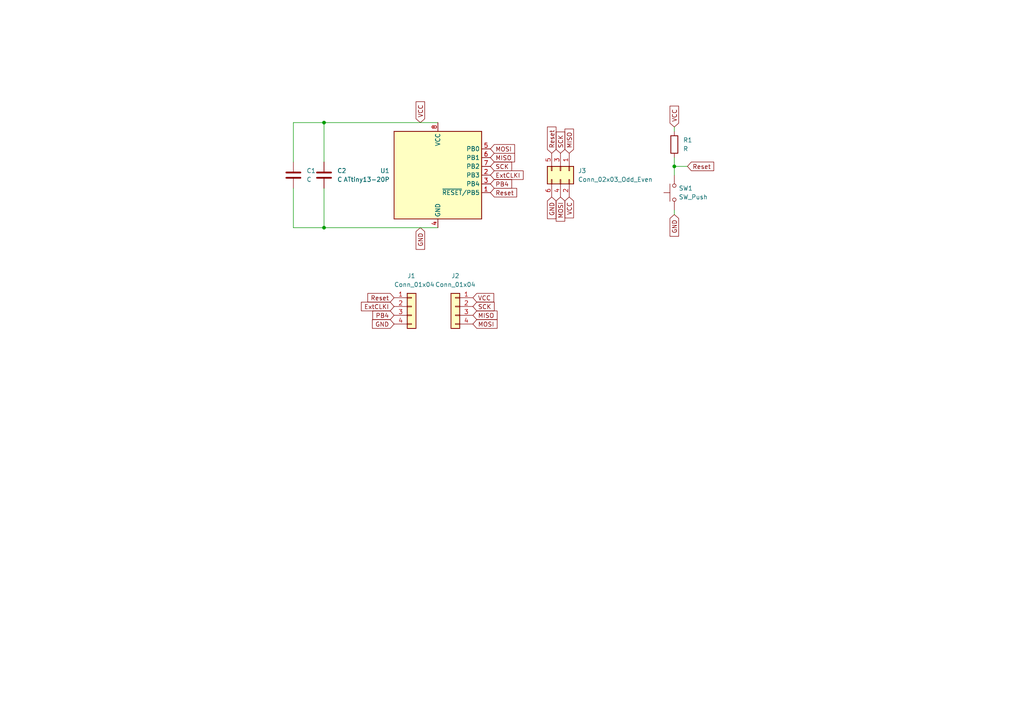
<source format=kicad_sch>
(kicad_sch (version 20211123) (generator eeschema)

  (uuid da54a769-9f95-4366-b5bc-cae5992c65b8)

  (paper "A4")

  (lib_symbols
    (symbol "Connector_Generic:Conn_01x04" (pin_names (offset 1.016) hide) (in_bom yes) (on_board yes)
      (property "Reference" "J" (id 0) (at 0 5.08 0)
        (effects (font (size 1.27 1.27)))
      )
      (property "Value" "Conn_01x04" (id 1) (at 0 -7.62 0)
        (effects (font (size 1.27 1.27)))
      )
      (property "Footprint" "" (id 2) (at 0 0 0)
        (effects (font (size 1.27 1.27)) hide)
      )
      (property "Datasheet" "~" (id 3) (at 0 0 0)
        (effects (font (size 1.27 1.27)) hide)
      )
      (property "ki_keywords" "connector" (id 4) (at 0 0 0)
        (effects (font (size 1.27 1.27)) hide)
      )
      (property "ki_description" "Generic connector, single row, 01x04, script generated (kicad-library-utils/schlib/autogen/connector/)" (id 5) (at 0 0 0)
        (effects (font (size 1.27 1.27)) hide)
      )
      (property "ki_fp_filters" "Connector*:*_1x??_*" (id 6) (at 0 0 0)
        (effects (font (size 1.27 1.27)) hide)
      )
      (symbol "Conn_01x04_1_1"
        (rectangle (start -1.27 -4.953) (end 0 -5.207)
          (stroke (width 0.1524) (type default) (color 0 0 0 0))
          (fill (type none))
        )
        (rectangle (start -1.27 -2.413) (end 0 -2.667)
          (stroke (width 0.1524) (type default) (color 0 0 0 0))
          (fill (type none))
        )
        (rectangle (start -1.27 0.127) (end 0 -0.127)
          (stroke (width 0.1524) (type default) (color 0 0 0 0))
          (fill (type none))
        )
        (rectangle (start -1.27 2.667) (end 0 2.413)
          (stroke (width 0.1524) (type default) (color 0 0 0 0))
          (fill (type none))
        )
        (rectangle (start -1.27 3.81) (end 1.27 -6.35)
          (stroke (width 0.254) (type default) (color 0 0 0 0))
          (fill (type background))
        )
        (pin passive line (at -5.08 2.54 0) (length 3.81)
          (name "Pin_1" (effects (font (size 1.27 1.27))))
          (number "1" (effects (font (size 1.27 1.27))))
        )
        (pin passive line (at -5.08 0 0) (length 3.81)
          (name "Pin_2" (effects (font (size 1.27 1.27))))
          (number "2" (effects (font (size 1.27 1.27))))
        )
        (pin passive line (at -5.08 -2.54 0) (length 3.81)
          (name "Pin_3" (effects (font (size 1.27 1.27))))
          (number "3" (effects (font (size 1.27 1.27))))
        )
        (pin passive line (at -5.08 -5.08 0) (length 3.81)
          (name "Pin_4" (effects (font (size 1.27 1.27))))
          (number "4" (effects (font (size 1.27 1.27))))
        )
      )
    )
    (symbol "Connector_Generic:Conn_02x03_Odd_Even" (pin_names (offset 1.016) hide) (in_bom yes) (on_board yes)
      (property "Reference" "J" (id 0) (at 1.27 5.08 0)
        (effects (font (size 1.27 1.27)))
      )
      (property "Value" "Conn_02x03_Odd_Even" (id 1) (at 1.27 -5.08 0)
        (effects (font (size 1.27 1.27)))
      )
      (property "Footprint" "" (id 2) (at 0 0 0)
        (effects (font (size 1.27 1.27)) hide)
      )
      (property "Datasheet" "~" (id 3) (at 0 0 0)
        (effects (font (size 1.27 1.27)) hide)
      )
      (property "ki_keywords" "connector" (id 4) (at 0 0 0)
        (effects (font (size 1.27 1.27)) hide)
      )
      (property "ki_description" "Generic connector, double row, 02x03, odd/even pin numbering scheme (row 1 odd numbers, row 2 even numbers), script generated (kicad-library-utils/schlib/autogen/connector/)" (id 5) (at 0 0 0)
        (effects (font (size 1.27 1.27)) hide)
      )
      (property "ki_fp_filters" "Connector*:*_2x??_*" (id 6) (at 0 0 0)
        (effects (font (size 1.27 1.27)) hide)
      )
      (symbol "Conn_02x03_Odd_Even_1_1"
        (rectangle (start -1.27 -2.413) (end 0 -2.667)
          (stroke (width 0.1524) (type default) (color 0 0 0 0))
          (fill (type none))
        )
        (rectangle (start -1.27 0.127) (end 0 -0.127)
          (stroke (width 0.1524) (type default) (color 0 0 0 0))
          (fill (type none))
        )
        (rectangle (start -1.27 2.667) (end 0 2.413)
          (stroke (width 0.1524) (type default) (color 0 0 0 0))
          (fill (type none))
        )
        (rectangle (start -1.27 3.81) (end 3.81 -3.81)
          (stroke (width 0.254) (type default) (color 0 0 0 0))
          (fill (type background))
        )
        (rectangle (start 3.81 -2.413) (end 2.54 -2.667)
          (stroke (width 0.1524) (type default) (color 0 0 0 0))
          (fill (type none))
        )
        (rectangle (start 3.81 0.127) (end 2.54 -0.127)
          (stroke (width 0.1524) (type default) (color 0 0 0 0))
          (fill (type none))
        )
        (rectangle (start 3.81 2.667) (end 2.54 2.413)
          (stroke (width 0.1524) (type default) (color 0 0 0 0))
          (fill (type none))
        )
        (pin passive line (at -5.08 2.54 0) (length 3.81)
          (name "Pin_1" (effects (font (size 1.27 1.27))))
          (number "1" (effects (font (size 1.27 1.27))))
        )
        (pin passive line (at 7.62 2.54 180) (length 3.81)
          (name "Pin_2" (effects (font (size 1.27 1.27))))
          (number "2" (effects (font (size 1.27 1.27))))
        )
        (pin passive line (at -5.08 0 0) (length 3.81)
          (name "Pin_3" (effects (font (size 1.27 1.27))))
          (number "3" (effects (font (size 1.27 1.27))))
        )
        (pin passive line (at 7.62 0 180) (length 3.81)
          (name "Pin_4" (effects (font (size 1.27 1.27))))
          (number "4" (effects (font (size 1.27 1.27))))
        )
        (pin passive line (at -5.08 -2.54 0) (length 3.81)
          (name "Pin_5" (effects (font (size 1.27 1.27))))
          (number "5" (effects (font (size 1.27 1.27))))
        )
        (pin passive line (at 7.62 -2.54 180) (length 3.81)
          (name "Pin_6" (effects (font (size 1.27 1.27))))
          (number "6" (effects (font (size 1.27 1.27))))
        )
      )
    )
    (symbol "Device:C" (pin_numbers hide) (pin_names (offset 0.254)) (in_bom yes) (on_board yes)
      (property "Reference" "C" (id 0) (at 0.635 2.54 0)
        (effects (font (size 1.27 1.27)) (justify left))
      )
      (property "Value" "C" (id 1) (at 0.635 -2.54 0)
        (effects (font (size 1.27 1.27)) (justify left))
      )
      (property "Footprint" "" (id 2) (at 0.9652 -3.81 0)
        (effects (font (size 1.27 1.27)) hide)
      )
      (property "Datasheet" "~" (id 3) (at 0 0 0)
        (effects (font (size 1.27 1.27)) hide)
      )
      (property "ki_keywords" "cap capacitor" (id 4) (at 0 0 0)
        (effects (font (size 1.27 1.27)) hide)
      )
      (property "ki_description" "Unpolarized capacitor" (id 5) (at 0 0 0)
        (effects (font (size 1.27 1.27)) hide)
      )
      (property "ki_fp_filters" "C_*" (id 6) (at 0 0 0)
        (effects (font (size 1.27 1.27)) hide)
      )
      (symbol "C_0_1"
        (polyline
          (pts
            (xy -2.032 -0.762)
            (xy 2.032 -0.762)
          )
          (stroke (width 0.508) (type default) (color 0 0 0 0))
          (fill (type none))
        )
        (polyline
          (pts
            (xy -2.032 0.762)
            (xy 2.032 0.762)
          )
          (stroke (width 0.508) (type default) (color 0 0 0 0))
          (fill (type none))
        )
      )
      (symbol "C_1_1"
        (pin passive line (at 0 3.81 270) (length 2.794)
          (name "~" (effects (font (size 1.27 1.27))))
          (number "1" (effects (font (size 1.27 1.27))))
        )
        (pin passive line (at 0 -3.81 90) (length 2.794)
          (name "~" (effects (font (size 1.27 1.27))))
          (number "2" (effects (font (size 1.27 1.27))))
        )
      )
    )
    (symbol "Device:R" (pin_numbers hide) (pin_names (offset 0)) (in_bom yes) (on_board yes)
      (property "Reference" "R" (id 0) (at 2.032 0 90)
        (effects (font (size 1.27 1.27)))
      )
      (property "Value" "R" (id 1) (at 0 0 90)
        (effects (font (size 1.27 1.27)))
      )
      (property "Footprint" "" (id 2) (at -1.778 0 90)
        (effects (font (size 1.27 1.27)) hide)
      )
      (property "Datasheet" "~" (id 3) (at 0 0 0)
        (effects (font (size 1.27 1.27)) hide)
      )
      (property "ki_keywords" "R res resistor" (id 4) (at 0 0 0)
        (effects (font (size 1.27 1.27)) hide)
      )
      (property "ki_description" "Resistor" (id 5) (at 0 0 0)
        (effects (font (size 1.27 1.27)) hide)
      )
      (property "ki_fp_filters" "R_*" (id 6) (at 0 0 0)
        (effects (font (size 1.27 1.27)) hide)
      )
      (symbol "R_0_1"
        (rectangle (start -1.016 -2.54) (end 1.016 2.54)
          (stroke (width 0.254) (type default) (color 0 0 0 0))
          (fill (type none))
        )
      )
      (symbol "R_1_1"
        (pin passive line (at 0 3.81 270) (length 1.27)
          (name "~" (effects (font (size 1.27 1.27))))
          (number "1" (effects (font (size 1.27 1.27))))
        )
        (pin passive line (at 0 -3.81 90) (length 1.27)
          (name "~" (effects (font (size 1.27 1.27))))
          (number "2" (effects (font (size 1.27 1.27))))
        )
      )
    )
    (symbol "MCU_Microchip_ATtiny:ATtiny13-20P" (in_bom yes) (on_board yes)
      (property "Reference" "U" (id 0) (at -12.7 13.97 0)
        (effects (font (size 1.27 1.27)) (justify left bottom))
      )
      (property "Value" "ATtiny13-20P" (id 1) (at 2.54 -13.97 0)
        (effects (font (size 1.27 1.27)) (justify left top))
      )
      (property "Footprint" "Package_DIP:DIP-8_W7.62mm" (id 2) (at 0 0 0)
        (effects (font (size 1.27 1.27) italic) hide)
      )
      (property "Datasheet" "http://ww1.microchip.com/downloads/en/DeviceDoc/doc2535.pdf" (id 3) (at 0 0 0)
        (effects (font (size 1.27 1.27)) hide)
      )
      (property "ki_keywords" "AVR 8bit Microcontroller tinyAVR" (id 4) (at 0 0 0)
        (effects (font (size 1.27 1.27)) hide)
      )
      (property "ki_description" "20MHz, 1kB Flash, 64B SRAM, 64B EEPROM, debugWIRE, DIP-8" (id 5) (at 0 0 0)
        (effects (font (size 1.27 1.27)) hide)
      )
      (property "ki_fp_filters" "DIP*W7.62mm*" (id 6) (at 0 0 0)
        (effects (font (size 1.27 1.27)) hide)
      )
      (symbol "ATtiny13-20P_0_1"
        (rectangle (start -12.7 -12.7) (end 12.7 12.7)
          (stroke (width 0.254) (type default) (color 0 0 0 0))
          (fill (type background))
        )
      )
      (symbol "ATtiny13-20P_1_1"
        (pin bidirectional line (at 15.24 -5.08 180) (length 2.54)
          (name "~{RESET}/PB5" (effects (font (size 1.27 1.27))))
          (number "1" (effects (font (size 1.27 1.27))))
        )
        (pin bidirectional line (at 15.24 0 180) (length 2.54)
          (name "PB3" (effects (font (size 1.27 1.27))))
          (number "2" (effects (font (size 1.27 1.27))))
        )
        (pin bidirectional line (at 15.24 -2.54 180) (length 2.54)
          (name "PB4" (effects (font (size 1.27 1.27))))
          (number "3" (effects (font (size 1.27 1.27))))
        )
        (pin power_in line (at 0 -15.24 90) (length 2.54)
          (name "GND" (effects (font (size 1.27 1.27))))
          (number "4" (effects (font (size 1.27 1.27))))
        )
        (pin bidirectional line (at 15.24 7.62 180) (length 2.54)
          (name "PB0" (effects (font (size 1.27 1.27))))
          (number "5" (effects (font (size 1.27 1.27))))
        )
        (pin bidirectional line (at 15.24 5.08 180) (length 2.54)
          (name "PB1" (effects (font (size 1.27 1.27))))
          (number "6" (effects (font (size 1.27 1.27))))
        )
        (pin bidirectional line (at 15.24 2.54 180) (length 2.54)
          (name "PB2" (effects (font (size 1.27 1.27))))
          (number "7" (effects (font (size 1.27 1.27))))
        )
        (pin power_in line (at 0 15.24 270) (length 2.54)
          (name "VCC" (effects (font (size 1.27 1.27))))
          (number "8" (effects (font (size 1.27 1.27))))
        )
      )
    )
    (symbol "Switch:SW_Push" (pin_numbers hide) (pin_names (offset 1.016) hide) (in_bom yes) (on_board yes)
      (property "Reference" "SW" (id 0) (at 1.27 2.54 0)
        (effects (font (size 1.27 1.27)) (justify left))
      )
      (property "Value" "SW_Push" (id 1) (at 0 -1.524 0)
        (effects (font (size 1.27 1.27)))
      )
      (property "Footprint" "" (id 2) (at 0 5.08 0)
        (effects (font (size 1.27 1.27)) hide)
      )
      (property "Datasheet" "~" (id 3) (at 0 5.08 0)
        (effects (font (size 1.27 1.27)) hide)
      )
      (property "ki_keywords" "switch normally-open pushbutton push-button" (id 4) (at 0 0 0)
        (effects (font (size 1.27 1.27)) hide)
      )
      (property "ki_description" "Push button switch, generic, two pins" (id 5) (at 0 0 0)
        (effects (font (size 1.27 1.27)) hide)
      )
      (symbol "SW_Push_0_1"
        (circle (center -2.032 0) (radius 0.508)
          (stroke (width 0) (type default) (color 0 0 0 0))
          (fill (type none))
        )
        (polyline
          (pts
            (xy 0 1.27)
            (xy 0 3.048)
          )
          (stroke (width 0) (type default) (color 0 0 0 0))
          (fill (type none))
        )
        (polyline
          (pts
            (xy 2.54 1.27)
            (xy -2.54 1.27)
          )
          (stroke (width 0) (type default) (color 0 0 0 0))
          (fill (type none))
        )
        (circle (center 2.032 0) (radius 0.508)
          (stroke (width 0) (type default) (color 0 0 0 0))
          (fill (type none))
        )
        (pin passive line (at -5.08 0 0) (length 2.54)
          (name "1" (effects (font (size 1.27 1.27))))
          (number "1" (effects (font (size 1.27 1.27))))
        )
        (pin passive line (at 5.08 0 180) (length 2.54)
          (name "2" (effects (font (size 1.27 1.27))))
          (number "2" (effects (font (size 1.27 1.27))))
        )
      )
    )
  )


  (junction (at 93.98 66.04) (diameter 0) (color 0 0 0 0)
    (uuid 11440944-ce4d-4562-88dc-35e828b17b0a)
  )
  (junction (at 195.58 48.26) (diameter 0) (color 0 0 0 0)
    (uuid 8527edb4-5d4b-452b-9082-84769165b21f)
  )
  (junction (at 93.98 35.56) (diameter 0) (color 0 0 0 0)
    (uuid bbc0cf31-be1a-409b-bc11-bd083f2073db)
  )

  (wire (pts (xy 85.09 35.56) (xy 85.09 46.99))
    (stroke (width 0) (type default) (color 0 0 0 0))
    (uuid 016e6f33-01f8-444b-a66b-80f12c97223e)
  )
  (wire (pts (xy 195.58 62.23) (xy 195.58 60.96))
    (stroke (width 0) (type default) (color 0 0 0 0))
    (uuid 09de6bec-cddb-4e4d-b832-a6b2f9381c84)
  )
  (wire (pts (xy 195.58 45.72) (xy 195.58 48.26))
    (stroke (width 0) (type default) (color 0 0 0 0))
    (uuid 35243578-91e7-48cc-9bc5-3173bf52af01)
  )
  (wire (pts (xy 93.98 35.56) (xy 93.98 46.99))
    (stroke (width 0) (type default) (color 0 0 0 0))
    (uuid 41846070-681e-4d61-b7a2-9b5f4d92fd92)
  )
  (wire (pts (xy 195.58 36.83) (xy 195.58 38.1))
    (stroke (width 0) (type default) (color 0 0 0 0))
    (uuid 6084e376-982c-4709-b254-d04daefac5fe)
  )
  (wire (pts (xy 93.98 66.04) (xy 127 66.04))
    (stroke (width 0) (type default) (color 0 0 0 0))
    (uuid 7cf3ae5f-c15c-444b-a481-e3230ab26d9b)
  )
  (wire (pts (xy 93.98 35.56) (xy 85.09 35.56))
    (stroke (width 0) (type default) (color 0 0 0 0))
    (uuid 85f5d03e-25e9-4599-bff9-94b32a2b091c)
  )
  (wire (pts (xy 127 35.56) (xy 93.98 35.56))
    (stroke (width 0) (type default) (color 0 0 0 0))
    (uuid 9dd10342-f517-40b8-a3b1-692c8aa67dad)
  )
  (wire (pts (xy 195.58 48.26) (xy 195.58 50.8))
    (stroke (width 0) (type default) (color 0 0 0 0))
    (uuid cbcd2c21-0a58-488a-a8c5-53f37cc3a874)
  )
  (wire (pts (xy 195.58 48.26) (xy 199.39 48.26))
    (stroke (width 0) (type default) (color 0 0 0 0))
    (uuid d4941062-4edc-4fe3-b115-82edc8a3cf17)
  )
  (wire (pts (xy 93.98 54.61) (xy 93.98 66.04))
    (stroke (width 0) (type default) (color 0 0 0 0))
    (uuid dc48759d-18d7-4870-91ea-da8aaabd5d43)
  )
  (wire (pts (xy 85.09 66.04) (xy 93.98 66.04))
    (stroke (width 0) (type default) (color 0 0 0 0))
    (uuid f99d3820-6909-44db-a7dc-7f1a0b7c3c25)
  )
  (wire (pts (xy 85.09 54.61) (xy 85.09 66.04))
    (stroke (width 0) (type default) (color 0 0 0 0))
    (uuid ffe213ca-b826-491c-9e0c-ef6b12959d7c)
  )

  (global_label "Reset" (shape input) (at 142.24 55.88 0) (fields_autoplaced)
    (effects (font (size 1.27 1.27)) (justify left))
    (uuid 06415cc8-29d7-45b7-861a-f67c27975cfc)
    (property "Intersheet References" "${INTERSHEET_REFS}" (id 0) (at 149.8541 55.8006 0)
      (effects (font (size 1.27 1.27)) (justify left) hide)
    )
  )
  (global_label "Reset" (shape input) (at 114.3 86.36 180) (fields_autoplaced)
    (effects (font (size 1.27 1.27)) (justify right))
    (uuid 07aba82b-c4cc-4a19-a91d-bc153f7afff0)
    (property "Intersheet References" "${INTERSHEET_REFS}" (id 0) (at 106.6859 86.4394 0)
      (effects (font (size 1.27 1.27)) (justify right) hide)
    )
  )
  (global_label "GND" (shape input) (at 160.02 57.15 270) (fields_autoplaced)
    (effects (font (size 1.27 1.27)) (justify right))
    (uuid 0f1751f8-5f00-4b03-82a4-cf7dee4ea7f7)
    (property "Intersheet References" "${INTERSHEET_REFS}" (id 0) (at 159.9406 63.4336 90)
      (effects (font (size 1.27 1.27)) (justify right) hide)
    )
  )
  (global_label "Reset" (shape input) (at 160.02 44.45 90) (fields_autoplaced)
    (effects (font (size 1.27 1.27)) (justify left))
    (uuid 12b5ef33-d54b-4dfc-abb2-923fb72fa6da)
    (property "Intersheet References" "${INTERSHEET_REFS}" (id 0) (at 159.9406 36.8359 90)
      (effects (font (size 1.27 1.27)) (justify left) hide)
    )
  )
  (global_label "MISO" (shape input) (at 137.16 91.44 0) (fields_autoplaced)
    (effects (font (size 1.27 1.27)) (justify left))
    (uuid 16660ddb-9060-4d39-a156-f63177c48ff4)
    (property "Intersheet References" "${INTERSHEET_REFS}" (id 0) (at 144.1693 91.3606 0)
      (effects (font (size 1.27 1.27)) (justify left) hide)
    )
  )
  (global_label "SCK" (shape input) (at 162.56 44.45 90) (fields_autoplaced)
    (effects (font (size 1.27 1.27)) (justify left))
    (uuid 2170ef37-05c0-4a98-b0d9-fad4c6d2a887)
    (property "Intersheet References" "${INTERSHEET_REFS}" (id 0) (at 162.4806 38.2874 90)
      (effects (font (size 1.27 1.27)) (justify left) hide)
    )
  )
  (global_label "Reset" (shape input) (at 199.39 48.26 0) (fields_autoplaced)
    (effects (font (size 1.27 1.27)) (justify left))
    (uuid 2bf13df9-507e-42f8-b434-7ef47a72a556)
    (property "Intersheet References" "${INTERSHEET_REFS}" (id 0) (at 207.0041 48.1806 0)
      (effects (font (size 1.27 1.27)) (justify left) hide)
    )
  )
  (global_label "VCC" (shape input) (at 165.1 57.15 270) (fields_autoplaced)
    (effects (font (size 1.27 1.27)) (justify right))
    (uuid 354e256f-c1d9-4d9f-b811-0a8191df9205)
    (property "Intersheet References" "${INTERSHEET_REFS}" (id 0) (at 165.0206 63.1917 90)
      (effects (font (size 1.27 1.27)) (justify right) hide)
    )
  )
  (global_label "ExtCLKI" (shape input) (at 142.24 50.8 0) (fields_autoplaced)
    (effects (font (size 1.27 1.27)) (justify left))
    (uuid 37eb8a44-e4e0-40e9-a235-400f2f352e66)
    (property "Intersheet References" "${INTERSHEET_REFS}" (id 0) (at 151.7288 50.7206 0)
      (effects (font (size 1.27 1.27)) (justify left) hide)
    )
  )
  (global_label "SCK" (shape input) (at 137.16 88.9 0) (fields_autoplaced)
    (effects (font (size 1.27 1.27)) (justify left))
    (uuid 53d36499-17e2-4f11-8938-a268ecf86612)
    (property "Intersheet References" "${INTERSHEET_REFS}" (id 0) (at 143.3226 88.8206 0)
      (effects (font (size 1.27 1.27)) (justify left) hide)
    )
  )
  (global_label "SCK" (shape input) (at 142.24 48.26 0) (fields_autoplaced)
    (effects (font (size 1.27 1.27)) (justify left))
    (uuid 56a988db-ca7f-48c6-90a6-2a5a292d6990)
    (property "Intersheet References" "${INTERSHEET_REFS}" (id 0) (at 148.4026 48.1806 0)
      (effects (font (size 1.27 1.27)) (justify left) hide)
    )
  )
  (global_label "VCC" (shape input) (at 195.58 36.83 90) (fields_autoplaced)
    (effects (font (size 1.27 1.27)) (justify left))
    (uuid 6d34f29e-3143-4560-9d02-904b79afa683)
    (property "Intersheet References" "${INTERSHEET_REFS}" (id 0) (at 195.5006 30.7883 90)
      (effects (font (size 1.27 1.27)) (justify left) hide)
    )
  )
  (global_label "MOSI" (shape input) (at 142.24 43.18 0) (fields_autoplaced)
    (effects (font (size 1.27 1.27)) (justify left))
    (uuid 7b834a14-2b93-4ecc-9aa8-c4f7c7ead543)
    (property "Intersheet References" "${INTERSHEET_REFS}" (id 0) (at 149.2493 43.1006 0)
      (effects (font (size 1.27 1.27)) (justify left) hide)
    )
  )
  (global_label "ExtCLKI" (shape input) (at 114.3 88.9 180) (fields_autoplaced)
    (effects (font (size 1.27 1.27)) (justify right))
    (uuid 7cf6f68a-71af-4c74-a553-6183e6678f00)
    (property "Intersheet References" "${INTERSHEET_REFS}" (id 0) (at 104.8112 88.8206 0)
      (effects (font (size 1.27 1.27)) (justify right) hide)
    )
  )
  (global_label "MISO" (shape input) (at 165.1 44.45 90) (fields_autoplaced)
    (effects (font (size 1.27 1.27)) (justify left))
    (uuid 82e46a52-e695-45bc-b7bc-192ad288f22d)
    (property "Intersheet References" "${INTERSHEET_REFS}" (id 0) (at 165.0206 37.4407 90)
      (effects (font (size 1.27 1.27)) (justify left) hide)
    )
  )
  (global_label "MOSI" (shape input) (at 162.56 57.15 270) (fields_autoplaced)
    (effects (font (size 1.27 1.27)) (justify right))
    (uuid 8e4b02de-8ba6-4c88-a28e-d05d4c562e95)
    (property "Intersheet References" "${INTERSHEET_REFS}" (id 0) (at 162.4806 64.1593 90)
      (effects (font (size 1.27 1.27)) (justify right) hide)
    )
  )
  (global_label "GND" (shape input) (at 121.92 66.04 270) (fields_autoplaced)
    (effects (font (size 1.27 1.27)) (justify right))
    (uuid 940fbe6b-9b9c-4aec-8130-77f9a91f2ddb)
    (property "Intersheet References" "${INTERSHEET_REFS}" (id 0) (at 121.8406 72.3236 90)
      (effects (font (size 1.27 1.27)) (justify right) hide)
    )
  )
  (global_label "PB4" (shape input) (at 142.24 53.34 0) (fields_autoplaced)
    (effects (font (size 1.27 1.27)) (justify left))
    (uuid 94fde9ec-6598-4e35-b35d-5bcf757f2792)
    (property "Intersheet References" "${INTERSHEET_REFS}" (id 0) (at 148.4026 53.2606 0)
      (effects (font (size 1.27 1.27)) (justify left) hide)
    )
  )
  (global_label "VCC" (shape input) (at 121.92 35.56 90) (fields_autoplaced)
    (effects (font (size 1.27 1.27)) (justify left))
    (uuid 9764e28f-9bea-40e0-9730-66a790489c6a)
    (property "Intersheet References" "${INTERSHEET_REFS}" (id 0) (at 121.8406 29.5183 90)
      (effects (font (size 1.27 1.27)) (justify left) hide)
    )
  )
  (global_label "GND" (shape input) (at 195.58 62.23 270) (fields_autoplaced)
    (effects (font (size 1.27 1.27)) (justify right))
    (uuid 9f31a038-eae6-4bfc-8b28-34bf592a217a)
    (property "Intersheet References" "${INTERSHEET_REFS}" (id 0) (at 195.5006 68.5136 90)
      (effects (font (size 1.27 1.27)) (justify right) hide)
    )
  )
  (global_label "GND" (shape input) (at 114.3 93.98 180) (fields_autoplaced)
    (effects (font (size 1.27 1.27)) (justify right))
    (uuid bc60b6a8-ae2e-45d7-9a82-cc4c48af9de1)
    (property "Intersheet References" "${INTERSHEET_REFS}" (id 0) (at 108.0164 93.9006 0)
      (effects (font (size 1.27 1.27)) (justify right) hide)
    )
  )
  (global_label "PB4" (shape input) (at 114.3 91.44 180) (fields_autoplaced)
    (effects (font (size 1.27 1.27)) (justify right))
    (uuid bc7d2b6b-128e-43d5-ad10-699d77aa2d57)
    (property "Intersheet References" "${INTERSHEET_REFS}" (id 0) (at 108.1374 91.3606 0)
      (effects (font (size 1.27 1.27)) (justify right) hide)
    )
  )
  (global_label "MISO" (shape input) (at 142.24 45.72 0) (fields_autoplaced)
    (effects (font (size 1.27 1.27)) (justify left))
    (uuid ec49e00a-9ba9-49c3-a992-d03c1d619fba)
    (property "Intersheet References" "${INTERSHEET_REFS}" (id 0) (at 149.2493 45.6406 0)
      (effects (font (size 1.27 1.27)) (justify left) hide)
    )
  )
  (global_label "VCC" (shape input) (at 137.16 86.36 0) (fields_autoplaced)
    (effects (font (size 1.27 1.27)) (justify left))
    (uuid f0e02988-873e-42e9-86c9-de0edeae9945)
    (property "Intersheet References" "${INTERSHEET_REFS}" (id 0) (at 143.2017 86.2806 0)
      (effects (font (size 1.27 1.27)) (justify left) hide)
    )
  )
  (global_label "MOSI" (shape input) (at 137.16 93.98 0) (fields_autoplaced)
    (effects (font (size 1.27 1.27)) (justify left))
    (uuid ff441276-be83-401d-b721-0918c664f1e7)
    (property "Intersheet References" "${INTERSHEET_REFS}" (id 0) (at 144.1693 93.9006 0)
      (effects (font (size 1.27 1.27)) (justify left) hide)
    )
  )

  (symbol (lib_id "Device:C") (at 93.98 50.8 0) (unit 1)
    (in_bom yes) (on_board yes) (fields_autoplaced)
    (uuid 37a5d333-81bf-454e-a6c9-8aaaa4cae5bc)
    (property "Reference" "C2" (id 0) (at 97.79 49.5299 0)
      (effects (font (size 1.27 1.27)) (justify left))
    )
    (property "Value" "C" (id 1) (at 97.79 52.0699 0)
      (effects (font (size 1.27 1.27)) (justify left))
    )
    (property "Footprint" "Capacitor_SMD:C_1206_3216Metric" (id 2) (at 94.9452 54.61 0)
      (effects (font (size 1.27 1.27)) hide)
    )
    (property "Datasheet" "~" (id 3) (at 93.98 50.8 0)
      (effects (font (size 1.27 1.27)) hide)
    )
    (pin "1" (uuid 694c07da-d802-4771-a12a-ddae1c1d1fcf))
    (pin "2" (uuid 408f0c61-1502-440f-9924-79a6dd0654cf))
  )

  (symbol (lib_id "Connector_Generic:Conn_01x04") (at 132.08 88.9 0) (mirror y) (unit 1)
    (in_bom yes) (on_board yes) (fields_autoplaced)
    (uuid 676d4cdc-5364-479a-ab36-59ea0d1eca3c)
    (property "Reference" "J2" (id 0) (at 132.08 80.01 0))
    (property "Value" "Conn_01x04" (id 1) (at 132.08 82.55 0))
    (property "Footprint" "Connector_PinHeader_2.54mm:PinHeader_1x04_P2.54mm_Vertical" (id 2) (at 132.08 88.9 0)
      (effects (font (size 1.27 1.27)) hide)
    )
    (property "Datasheet" "~" (id 3) (at 132.08 88.9 0)
      (effects (font (size 1.27 1.27)) hide)
    )
    (pin "1" (uuid 14aa7026-c0ea-447b-9ddf-3041268e5b64))
    (pin "2" (uuid 86b8495f-b4e4-4281-8e32-e1e8b173c023))
    (pin "3" (uuid 6165c8c0-600d-4539-9d99-229c329f17f2))
    (pin "4" (uuid 81ec87f2-ba6f-44d8-b014-5a335887614d))
  )

  (symbol (lib_id "Connector_Generic:Conn_02x03_Odd_Even") (at 162.56 49.53 270) (unit 1)
    (in_bom yes) (on_board yes) (fields_autoplaced)
    (uuid 96effb77-a768-4999-8174-f7cca68f488b)
    (property "Reference" "J3" (id 0) (at 167.64 49.5299 90)
      (effects (font (size 1.27 1.27)) (justify left))
    )
    (property "Value" "Conn_02x03_Odd_Even" (id 1) (at 167.64 52.0699 90)
      (effects (font (size 1.27 1.27)) (justify left))
    )
    (property "Footprint" "Connector_PinHeader_2.54mm:PinHeader_2x03_P2.54mm_Vertical" (id 2) (at 162.56 49.53 0)
      (effects (font (size 1.27 1.27)) hide)
    )
    (property "Datasheet" "~" (id 3) (at 162.56 49.53 0)
      (effects (font (size 1.27 1.27)) hide)
    )
    (pin "1" (uuid 66791d80-dd21-4626-a1ee-77b46095e301))
    (pin "2" (uuid 5a9e6b80-de20-4f71-82b3-d5f17d0c6c48))
    (pin "3" (uuid 5d7d1c42-4f1f-48c3-a4ea-35d9f67309df))
    (pin "4" (uuid a3c86ac8-4c19-48ed-b9bb-3584f5ab284d))
    (pin "5" (uuid 18544c85-5855-4cb1-bdc4-fa23448a5e79))
    (pin "6" (uuid bfa58db3-4025-4c55-939c-ae6abb4ca0f3))
  )

  (symbol (lib_id "MCU_Microchip_ATtiny:ATtiny13-20P") (at 127 50.8 0) (unit 1)
    (in_bom yes) (on_board yes) (fields_autoplaced)
    (uuid 9e82b8d4-a6ae-4bd8-a77c-6f81d6e23986)
    (property "Reference" "U1" (id 0) (at 113.03 49.5299 0)
      (effects (font (size 1.27 1.27)) (justify right))
    )
    (property "Value" "ATtiny13-20P" (id 1) (at 113.03 52.0699 0)
      (effects (font (size 1.27 1.27)) (justify right))
    )
    (property "Footprint" "Package_DIP:DIP-8_W7.62mm" (id 2) (at 127 50.8 0)
      (effects (font (size 1.27 1.27) italic) hide)
    )
    (property "Datasheet" "http://ww1.microchip.com/downloads/en/DeviceDoc/doc2535.pdf" (id 3) (at 127 50.8 0)
      (effects (font (size 1.27 1.27)) hide)
    )
    (pin "1" (uuid 7fc6c36f-38e7-4f61-abad-15f54df17818))
    (pin "2" (uuid 0ca9ad59-6ea8-4805-aa09-1a00cc88a21f))
    (pin "3" (uuid ecc4f686-bed1-4fa5-b989-9726b02173c2))
    (pin "4" (uuid 28e0af61-91d7-4e01-b70f-2c69f2e7acb7))
    (pin "5" (uuid 523c458e-b248-416d-89da-9ea4868284a6))
    (pin "6" (uuid f12de7f5-70ae-4efc-b6be-b219a3fd7c52))
    (pin "7" (uuid ea78c407-2530-452d-9863-475efbbf6351))
    (pin "8" (uuid ea95fa97-ae5b-440e-8b33-324ebcf0ca48))
  )

  (symbol (lib_id "Switch:SW_Push") (at 195.58 55.88 90) (unit 1)
    (in_bom yes) (on_board yes) (fields_autoplaced)
    (uuid b8f05133-2687-49cd-80ed-189607b69dda)
    (property "Reference" "SW1" (id 0) (at 196.85 54.6099 90)
      (effects (font (size 1.27 1.27)) (justify right))
    )
    (property "Value" "SW_Push" (id 1) (at 196.85 57.1499 90)
      (effects (font (size 1.27 1.27)) (justify right))
    )
    (property "Footprint" "Custom_Footprints:Push Button Switch Goldsun Electronics KRS-3550-BK-R" (id 2) (at 190.5 55.88 0)
      (effects (font (size 1.27 1.27)) hide)
    )
    (property "Datasheet" "~" (id 3) (at 190.5 55.88 0)
      (effects (font (size 1.27 1.27)) hide)
    )
    (pin "1" (uuid f41b9da8-c446-4cc1-abc4-1d48a6dddc60))
    (pin "2" (uuid 88c311aa-60af-43dd-a53e-572b11ea0b96))
  )

  (symbol (lib_id "Device:R") (at 195.58 41.91 180) (unit 1)
    (in_bom yes) (on_board yes) (fields_autoplaced)
    (uuid d6eed33a-a958-44a3-99d7-626835aee97c)
    (property "Reference" "R1" (id 0) (at 198.12 40.6399 0)
      (effects (font (size 1.27 1.27)) (justify right))
    )
    (property "Value" "R" (id 1) (at 198.12 43.1799 0)
      (effects (font (size 1.27 1.27)) (justify right))
    )
    (property "Footprint" "Resistor_SMD:R_1206_3216Metric" (id 2) (at 197.358 41.91 90)
      (effects (font (size 1.27 1.27)) hide)
    )
    (property "Datasheet" "~" (id 3) (at 195.58 41.91 0)
      (effects (font (size 1.27 1.27)) hide)
    )
    (pin "1" (uuid b1b81d87-62f8-45ca-96a6-c05d56617830))
    (pin "2" (uuid 763dde53-c8de-4406-9422-02c889d8bde6))
  )

  (symbol (lib_id "Connector_Generic:Conn_01x04") (at 119.38 88.9 0) (unit 1)
    (in_bom yes) (on_board yes)
    (uuid d6f001de-1ce1-44e9-ae8a-bccb44a2172c)
    (property "Reference" "J1" (id 0) (at 118.11 80.01 0)
      (effects (font (size 1.27 1.27)) (justify left))
    )
    (property "Value" "Conn_01x04" (id 1) (at 114.3 82.55 0)
      (effects (font (size 1.27 1.27)) (justify left))
    )
    (property "Footprint" "Connector_PinHeader_2.54mm:PinHeader_1x04_P2.54mm_Vertical" (id 2) (at 119.38 88.9 0)
      (effects (font (size 1.27 1.27)) hide)
    )
    (property "Datasheet" "~" (id 3) (at 119.38 88.9 0)
      (effects (font (size 1.27 1.27)) hide)
    )
    (pin "1" (uuid 8ac9a1df-6dd8-4f87-8e50-59f351efbe8d))
    (pin "2" (uuid e235bd8e-0f61-47ad-947f-85c3ea44fb4d))
    (pin "3" (uuid 95d8d2f2-fac8-4458-a2a0-c529dee75521))
    (pin "4" (uuid 01ea7ee3-2365-4da6-8768-2357c3255177))
  )

  (symbol (lib_id "Device:C") (at 85.09 50.8 0) (unit 1)
    (in_bom yes) (on_board yes) (fields_autoplaced)
    (uuid e3175924-e4d0-4855-ba45-60af975d9b22)
    (property "Reference" "C1" (id 0) (at 88.9 49.5299 0)
      (effects (font (size 1.27 1.27)) (justify left))
    )
    (property "Value" "C" (id 1) (at 88.9 52.0699 0)
      (effects (font (size 1.27 1.27)) (justify left))
    )
    (property "Footprint" "Capacitor_SMD:C_1206_3216Metric" (id 2) (at 86.0552 54.61 0)
      (effects (font (size 1.27 1.27)) hide)
    )
    (property "Datasheet" "~" (id 3) (at 85.09 50.8 0)
      (effects (font (size 1.27 1.27)) hide)
    )
    (pin "1" (uuid 321f3e08-1b33-4674-8f2b-fc669a36fd82))
    (pin "2" (uuid 29441697-a75d-4261-8901-dc3769ef8fe1))
  )

  (sheet_instances
    (path "/" (page "1"))
  )

  (symbol_instances
    (path "/e3175924-e4d0-4855-ba45-60af975d9b22"
      (reference "C1") (unit 1) (value "C") (footprint "Capacitor_SMD:C_1206_3216Metric")
    )
    (path "/37a5d333-81bf-454e-a6c9-8aaaa4cae5bc"
      (reference "C2") (unit 1) (value "C") (footprint "Capacitor_SMD:C_1206_3216Metric")
    )
    (path "/d6f001de-1ce1-44e9-ae8a-bccb44a2172c"
      (reference "J1") (unit 1) (value "Conn_01x04") (footprint "Connector_PinHeader_2.54mm:PinHeader_1x04_P2.54mm_Vertical")
    )
    (path "/676d4cdc-5364-479a-ab36-59ea0d1eca3c"
      (reference "J2") (unit 1) (value "Conn_01x04") (footprint "Connector_PinHeader_2.54mm:PinHeader_1x04_P2.54mm_Vertical")
    )
    (path "/96effb77-a768-4999-8174-f7cca68f488b"
      (reference "J3") (unit 1) (value "Conn_02x03_Odd_Even") (footprint "Connector_PinHeader_2.54mm:PinHeader_2x03_P2.54mm_Vertical")
    )
    (path "/d6eed33a-a958-44a3-99d7-626835aee97c"
      (reference "R1") (unit 1) (value "R") (footprint "Resistor_SMD:R_1206_3216Metric")
    )
    (path "/b8f05133-2687-49cd-80ed-189607b69dda"
      (reference "SW1") (unit 1) (value "SW_Push") (footprint "Custom_Footprints:Push Button Switch Goldsun Electronics KRS-3550-BK-R")
    )
    (path "/9e82b8d4-a6ae-4bd8-a77c-6f81d6e23986"
      (reference "U1") (unit 1) (value "ATtiny13-20P") (footprint "Package_DIP:DIP-8_W7.62mm")
    )
  )
)

</source>
